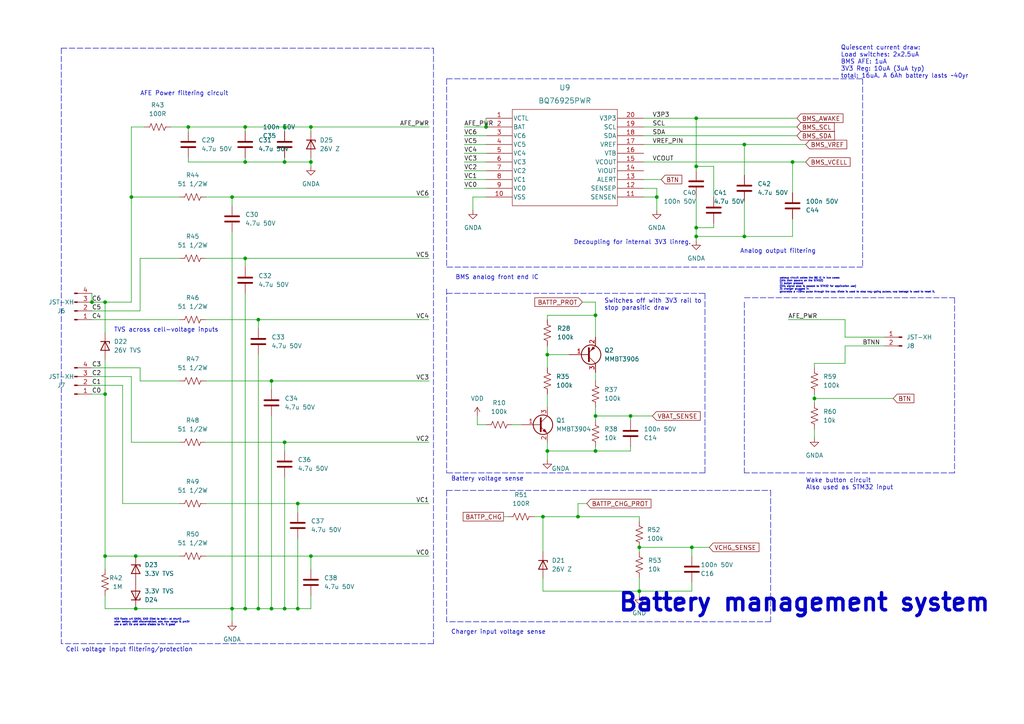
<source format=kicad_sch>
(kicad_sch (version 20211123) (generator eeschema)
  (paper "A4")
  (lib_symbols
    (symbol "BQ76925:BQ76925PWR" (pin_names (offset 0.254))
      (property "Reference" "U" (at 22.86 10.16 0))
      (property "Value" "BQ76925PWR" (at 22.86 7.62 0))
      (symbol "BQ76925PWR_0_1"
        (polyline (pts (xy 7.62 -22.86) (xy 38.1 -22.86)) (stroke (width 0.127)))
        (polyline (pts (xy 7.62 5.08) (xy 7.62 -22.86)) (stroke (width 0.127)))
        (polyline (pts (xy 38.1 -22.86) (xy 38.1 5.08)) (stroke (width 0.127)))
        (polyline (pts (xy 38.1 5.08) (xy 7.62 5.08)) (stroke (width 0.127)))
        (pin output line (at 0 2.54 0) (length 7.62) (name "VCTL") (number "1"))
        (pin power_in line (at 0 -20.32 0) (length 7.62) (name "VSS") (number "10"))
        (pin input line (at 45.72 -20.32 180) (length 7.62) (name "SENSEN") (number "11"))
        (pin input line (at 45.72 -17.78 180) (length 7.62) (name "SENSEP") (number "12"))
        (pin output line (at 45.72 -15.24 180) (length 7.62) (name "ALERT") (number "13"))
        (pin output line (at 45.72 -12.7 180) (length 7.62) (name "VIOUT") (number "14"))
        (pin output line (at 45.72 -10.16 180) (length 7.62) (name "VCOUT") (number "15"))
        (pin output line (at 45.72 -7.62 180) (length 7.62) (name "VTB") (number "16"))
        (pin output line (at 45.72 -5.08 180) (length 7.62) (name "VREF") (number "17"))
        (pin bidirectional line (at 45.72 -2.54 180) (length 7.62) (name "SDA") (number "18"))
        (pin input line (at 45.72 0 180) (length 7.62) (name "SCL") (number "19"))
        (pin power_in line (at 0 0 0) (length 7.62) (name "BAT") (number "2"))
        (pin output line (at 45.72 2.54 180) (length 7.62) (name "V3P3") (number "20"))
        (pin input line (at 0 -2.54 0) (length 7.62) (name "VC6") (number "3"))
        (pin input line (at 0 -5.08 0) (length 7.62) (name "VC5") (number "4"))
        (pin input line (at 0 -7.62 0) (length 7.62) (name "VC4") (number "5"))
        (pin input line (at 0 -10.16 0) (length 7.62) (name "VC3") (number "6"))
        (pin input line (at 0 -12.7 0) (length 7.62) (name "VC2") (number "7"))
        (pin input line (at 0 -15.24 0) (length 7.62) (name "VC1") (number "8"))
        (pin input line (at 0 -17.78 0) (length 7.62) (name "VC0") (number "9"))
      )
    )
    (symbol "Connector:Conn_01x02_Male" (pin_names (offset 1.016) hide)
      (property "Reference" "J" (at 0 2.54 0))
      (property "Value" "Conn_01x02_Male" (at 0 -5.08 0))
      (symbol "Conn_01x02_Male_1_1"
        (polyline (pts (xy 1.27 -2.54) (xy 0.8636 -2.54)) (stroke (width 0.1524)))
        (polyline (pts (xy 1.27 0) (xy 0.8636 0)) (stroke (width 0.1524)))
        (rectangle (start 0.8636 -2.413) (end 0 -2.667) (stroke (width 0.1524)) (fill (type outline)))
        (rectangle (start 0.8636 0.127) (end 0 -0.127) (stroke (width 0.1524)) (fill (type outline)))
        (pin passive line (at 5.08 0 180) (length 3.81) (name "Pin_1") (number "1"))
        (pin passive line (at 5.08 -2.54 180) (length 3.81) (name "Pin_2") (number "2"))
      )
    )
    (symbol "Connector:Conn_01x04_Male" (pin_names (offset 1.016) hide)
      (property "Reference" "J" (at 0 5.08 0))
      (property "Value" "Conn_01x04_Male" (at 0 -7.62 0))
      (symbol "Conn_01x04_Male_1_1"
        (polyline (pts (xy 1.27 -5.08) (xy 0.8636 -5.08)) (stroke (width 0.1524)))
        (polyline (pts (xy 1.27 -2.54) (xy 0.8636 -2.54)) (stroke (width 0.1524)))
        (polyline (pts (xy 1.27 0) (xy 0.8636 0)) (stroke (width 0.1524)))
        (polyline (pts (xy 1.27 2.54) (xy 0.8636 2.54)) (stroke (width 0.1524)))
        (rectangle (start 0.8636 -4.953) (end 0 -5.207) (stroke (width 0.1524)) (fill (type outline)))
        (rectangle (start 0.8636 -2.413) (end 0 -2.667) (stroke (width 0.1524)) (fill (type outline)))
        (rectangle (start 0.8636 0.127) (end 0 -0.127) (stroke (width 0.1524)) (fill (type outline)))
        (rectangle (start 0.8636 2.667) (end 0 2.413) (stroke (width 0.1524)) (fill (type outline)))
        (pin passive line (at 5.08 2.54 180) (length 3.81) (name "Pin_1") (number "1"))
        (pin passive line (at 5.08 0 180) (length 3.81) (name "Pin_2") (number "2"))
        (pin passive line (at 5.08 -2.54 180) (length 3.81) (name "Pin_3") (number "3"))
        (pin passive line (at 5.08 -5.08 180) (length 3.81) (name "Pin_4") (number "4"))
      )
    )
    (symbol "Device:C" (pin_numbers hide) (pin_names (offset 0.254))
      (property "Reference" "C" (at 0.635 2.54 0))
      (property "Value" "C" (at 0.635 -2.54 0))
      (symbol "C_0_1"
        (polyline (pts (xy -2.032 -0.762) (xy 2.032 -0.762)) (stroke (width 0.508)))
        (polyline (pts (xy -2.032 0.762) (xy 2.032 0.762)) (stroke (width 0.508)))
      )
      (symbol "C_1_1"
        (pin passive line (at 0 3.81 270) (length 2.794) (name "~") (number "1"))
        (pin passive line (at 0 -3.81 90) (length 2.794) (name "~") (number "2"))
      )
    )
    (symbol "Device:D_Zener" (pin_numbers hide) (pin_names (offset 1.016) hide)
      (property "Reference" "D" (at 0 2.54 0))
      (property "Value" "D_Zener" (at 0 -2.54 0))
      (symbol "D_Zener_0_1"
        (polyline (pts (xy 1.27 0) (xy -1.27 0)))
        (polyline (pts (xy -1.27 -1.27) (xy -1.27 1.27) (xy -0.762 1.27)) (stroke (width 0.254)))
        (polyline (pts (xy 1.27 -1.27) (xy 1.27 1.27) (xy -1.27 0) (xy 1.27 -1.27)) (stroke (width 0.254)))
      )
      (symbol "D_Zener_1_1"
        (pin passive line (at -3.81 0 0) (length 2.54) (name "K") (number "1"))
        (pin passive line (at 3.81 0 180) (length 2.54) (name "A") (number "2"))
      )
    )
    (symbol "Device:R_US" (pin_numbers hide) (pin_names (offset 0))
      (property "Reference" "R" (at 2.54 0 90))
      (property "Value" "R_US" (at -2.54 0 90))
      (symbol "R_US_0_1"
        (polyline (pts (xy 0 -2.286) (xy 0 -2.54)))
        (polyline (pts (xy 0 2.286) (xy 0 2.54)))
        (polyline (pts (xy 0 -0.762) (xy 1.016 -1.143) (xy 0 -1.524) (xy -1.016 -1.905) (xy 0 -2.286)))
        (polyline (pts (xy 0 0.762) (xy 1.016 0.381) (xy 0 0) (xy -1.016 -0.381) (xy 0 -0.762)))
        (polyline (pts (xy 0 2.286) (xy 1.016 1.905) (xy 0 1.524) (xy -1.016 1.143) (xy 0 0.762)))
      )
      (symbol "R_US_1_1"
        (pin passive line (at 0 3.81 270) (length 1.27) (name "~") (number "1"))
        (pin passive line (at 0 -3.81 90) (length 1.27) (name "~") (number "2"))
      )
    )
    (symbol "Diode:ESD5Zxx" (pin_numbers hide) (pin_names hide)
      (property "Reference" "D" (at 0 2.54 0))
      (property "Value" "ESD5Zxx" (at 0 -2.54 0))
      (symbol "ESD5Zxx_0_1"
        (polyline (pts (xy 1.27 0) (xy -1.27 0)))
        (polyline (pts (xy -1.27 -1.27) (xy -1.27 1.27) (xy -0.762 1.27)) (stroke (width 0.254)))
        (polyline (pts (xy 1.27 -1.27) (xy 1.27 1.27) (xy -1.27 0) (xy 1.27 -1.27)) (stroke (width 0.254)))
      )
      (symbol "ESD5Zxx_1_1"
        (pin passive line (at -3.81 0 0) (length 2.54) (name "K") (number "1"))
        (pin passive line (at 3.81 0 180) (length 2.54) (name "A") (number "2"))
      )
    )
    (symbol "Transistor_BJT:MMBT3904" (pin_names (offset 0) hide)
      (property "Reference" "Q" (at 5.08 1.905 0))
      (property "Value" "MMBT3904" (at 5.08 0 0))
      (symbol "MMBT3904_0_1"
        (polyline (pts (xy 0.635 0.635) (xy 2.54 2.54)))
        (polyline (pts (xy 0.635 -0.635) (xy 2.54 -2.54) (xy 2.54 -2.54)))
        (polyline (pts (xy 0.635 1.905) (xy 0.635 -1.905) (xy 0.635 -1.905)) (stroke (width 0.508)))
        (polyline (pts (xy 1.27 -1.778) (xy 1.778 -1.27) (xy 2.286 -2.286) (xy 1.27 -1.778) (xy 1.27 -1.778)) (fill (type outline)))
        (circle (center 1.27 0) (radius 2.8194) (stroke (width 0.254)))
      )
      (symbol "MMBT3904_1_1"
        (pin input line (at -5.08 0 0) (length 5.715) (name "B") (number "1"))
        (pin passive line (at 2.54 -5.08 90) (length 2.54) (name "E") (number "2"))
        (pin passive line (at 2.54 5.08 270) (length 2.54) (name "C") (number "3"))
      )
    )
    (symbol "Transistor_BJT:MMBT3906" (pin_names (offset 0) hide)
      (property "Reference" "Q" (at 5.08 1.905 0))
      (property "Value" "MMBT3906" (at 5.08 0 0))
      (symbol "MMBT3906_0_1"
        (polyline (pts (xy 0.635 0.635) (xy 2.54 2.54)))
        (polyline (pts (xy 0.635 -0.635) (xy 2.54 -2.54) (xy 2.54 -2.54)))
        (polyline (pts (xy 0.635 1.905) (xy 0.635 -1.905) (xy 0.635 -1.905)) (stroke (width 0.508)))
        (polyline (pts (xy 2.286 -1.778) (xy 1.778 -2.286) (xy 1.27 -1.27) (xy 2.286 -1.778) (xy 2.286 -1.778)) (fill (type outline)))
        (circle (center 1.27 0) (radius 2.8194) (stroke (width 0.254)))
      )
      (symbol "MMBT3906_1_1"
        (pin input line (at -5.08 0 0) (length 5.715) (name "B") (number "1"))
        (pin passive line (at 2.54 -5.08 90) (length 2.54) (name "E") (number "2"))
        (pin passive line (at 2.54 5.08 270) (length 2.54) (name "C") (number "3"))
      )
    )
    (symbol "power:GND" (power) (pin_names (offset 0))
      (property "Value" "GND" (at 0 -3.81 0))
      (symbol "GND_0_1"
        (polyline (pts (xy 0 0) (xy 0 -1.27) (xy 1.27 -1.27) (xy 0 -2.54) (xy -1.27 -1.27) (xy 0 -1.27)))
      )
      (symbol "GND_1_1"
        (pin power_in line (at 0 0 270) (length 0) hide (name "GND") (number "1"))
      )
    )
    (symbol "power:GNDA" (power) (pin_names (offset 0))
      (property "Value" "GNDA" (at 0 -3.81 0))
      (symbol "GNDA_0_1"
        (polyline (pts (xy 0 0) (xy 0 -1.27) (xy 1.27 -1.27) (xy 0 -2.54) (xy -1.27 -1.27) (xy 0 -1.27)))
      )
      (symbol "GNDA_1_1"
        (pin power_in line (at 0 0 270) (length 0) hide (name "GNDA") (number "1"))
      )
    )
    (symbol "power:VDD" (power) (pin_names (offset 0))
      (property "Value" "VDD" (at 0 3.81 0))
      (symbol "VDD_0_1"
        (polyline (pts (xy -0.762 1.27) (xy 0 2.54)))
        (polyline (pts (xy 0 0) (xy 0 2.54)))
        (polyline (pts (xy 0 2.54) (xy 0.762 1.27)))
      )
      (symbol "VDD_1_1"
        (pin power_in line (at 0 0 90) (length 0) hide (name "VDD") (number "1"))
      )
    )
  )
  (junction (at 78.74 110.49))
  (junction (at 86.36 146.05))
  (junction (at 26.67 87.63))
  (junction (at 67.31 57.15))
  (junction (at 30.48 114.3))
  (junction (at 229.87 46.99))
  (junction (at 71.12 46.99))
  (junction (at 90.17 161.29))
  (junction (at 215.9 68.58))
  (junction (at 78.74 176.53))
  (junction (at 82.55 176.53))
  (junction (at 140.97 36.83))
  (junction (at 54.61 36.83))
  (junction (at 82.55 46.99))
  (junction (at 172.72 130.81))
  (junction (at 167.64 149.86))
  (junction (at 158.75 102.87))
  (junction (at 185.42 158.75))
  (junction (at 90.17 36.83))
  (junction (at 82.55 128.27))
  (junction (at 71.12 176.53))
  (junction (at 185.42 171.45))
  (junction (at 200.66 158.75))
  (junction (at 157.48 149.86))
  (junction (at 86.36 176.53))
  (junction (at 236.22 115.57))
  (junction (at 201.93 68.58))
  (junction (at 30.48 87.63))
  (junction (at 172.72 91.44))
  (junction (at 215.9 41.91))
  (junction (at 74.93 176.53))
  (junction (at 71.12 36.83))
  (junction (at 82.55 36.83))
  (junction (at 190.5 57.15))
  (junction (at 30.48 161.29))
  (junction (at 39.37 161.29))
  (junction (at 182.88 120.65))
  (junction (at 38.1 57.15))
  (junction (at 201.93 66.04))
  (junction (at 158.75 130.81))
  (junction (at 201.93 48.26))
  (junction (at 71.12 74.93))
  (junction (at 74.93 92.71))
  (junction (at 39.37 176.53))
  (junction (at 201.93 34.29))
  (junction (at 67.31 176.53))
  (junction (at 172.72 120.65))
  (junction (at 90.17 46.99))
  (wire (pts (xy 185.42 171.45) (xy 185.42 172.72)))
  (wire (pts (xy 182.88 130.81) (xy 172.72 130.81)))
  (wire (pts (xy 134.62 36.83) (xy 140.97 36.83)))
  (wire (pts (xy 71.12 36.83) (xy 71.12 38.1)))
  (wire (pts (xy 30.48 87.63) (xy 30.48 96.52)))
  (wire (pts (xy 86.36 146.05) (xy 124.46 146.05)))
  (wire (pts (xy 54.61 36.83) (xy 71.12 36.83)))
  (wire (pts (xy 82.55 45.72) (xy 82.55 46.99)))
  (wire (pts (xy 185.42 167.64) (xy 185.42 171.45)))
  (wire (pts (xy 185.42 158.75) (xy 185.42 160.02)))
  (wire (pts (xy 154.94 149.86) (xy 157.48 149.86)))
  (wire (pts (xy 157.48 167.64) (xy 157.48 171.45)))
  (wire (pts (xy 138.43 123.19) (xy 140.97 123.19)))
  (wire (pts (xy 59.69 128.27) (xy 82.55 128.27)))
  (wire (pts (xy 185.42 149.86) (xy 185.42 151.13)))
  (wire (pts (xy 35.56 111.76) (xy 35.56 146.05)))
  (wire (pts (xy 30.48 104.14) (xy 30.48 114.3)))
  (wire (pts (xy 158.75 92.71) (xy 158.75 91.44)))
  (wire (pts (xy 245.11 97.79) (xy 245.11 92.71)))
  (wire (pts (xy 236.22 115.57) (xy 236.22 116.84)))
  (wire (pts (xy 228.6 92.71) (xy 245.11 92.71)))
  (wire (pts (xy 74.93 176.53) (xy 78.74 176.53)))
  (wire (pts (xy 245.11 100.33) (xy 256.54 100.33)))
  (wire (pts (xy 90.17 46.99) (xy 90.17 45.72)))
  (wire (pts (xy 236.22 124.46) (xy 236.22 127)))
  (wire (pts (xy 82.55 128.27) (xy 82.55 130.81)))
  (wire (pts (xy 40.64 74.93) (xy 52.07 74.93)))
  (wire (pts (xy 30.48 176.53) (xy 39.37 176.53)))
  (wire (pts (xy 78.74 110.49) (xy 124.46 110.49)))
  (wire (pts (xy 200.66 158.75) (xy 200.66 161.29)))
  (wire (pts (xy 172.72 118.11) (xy 172.72 120.65)))
  (wire (pts (xy 215.9 41.91) (xy 233.68 41.91)))
  (wire (pts (xy 245.11 97.79) (xy 256.54 97.79)))
  (wire (pts (xy 71.12 85.09) (xy 71.12 176.53)))
  (wire (pts (xy 134.62 49.53) (xy 140.97 49.53)))
  (wire (pts (xy 82.55 138.43) (xy 82.55 176.53)))
  (wire (pts (xy 200.66 168.91) (xy 200.66 171.45)))
  (wire (pts (xy 172.72 87.63) (xy 172.72 91.44)))
  (wire (pts (xy 40.64 90.17) (xy 40.64 74.93)))
  (wire (pts (xy 190.5 57.15) (xy 190.5 60.96)))
  (wire (pts (xy 170.18 146.05) (xy 167.64 146.05)))
  (wire (pts (xy 26.67 85.09) (xy 26.67 87.63)))
  (wire (pts (xy 90.17 172.72) (xy 90.17 176.53)))
  (wire (pts (xy 82.55 176.53) (xy 86.36 176.53)))
  (wire (pts (xy 41.91 36.83) (xy 38.1 36.83)))
  (wire (pts (xy 172.72 107.95) (xy 172.72 110.49)))
  (wire (pts (xy 134.62 46.99) (xy 140.97 46.99)))
  (wire (pts (xy 138.43 120.65) (xy 138.43 123.19)))
  (wire (pts (xy 158.75 102.87) (xy 165.1 102.87)))
  (wire (pts (xy 205.74 158.75) (xy 200.66 158.75)))
  (wire (pts (xy 134.62 39.37) (xy 140.97 39.37)))
  (polyline (pts (xy 276.86 137.16) (xy 215.9 137.16)))
  (wire (pts (xy 207.01 57.15) (xy 207.01 48.26)))
  (wire (pts (xy 215.9 58.42) (xy 215.9 68.58)))
  (wire (pts (xy 186.69 57.15) (xy 190.5 57.15)))
  (wire (pts (xy 172.72 120.65) (xy 172.72 121.92)))
  (polyline (pts (xy 204.47 137.16) (xy 129.54 137.16)))
  (wire (pts (xy 200.66 158.75) (xy 185.42 158.75)))
  (polyline (pts (xy 125.73 13.97) (xy 125.73 186.69)))
  (polyline (pts (xy 129.54 142.24) (xy 129.54 180.34)))
  (wire (pts (xy 215.9 41.91) (xy 215.9 50.8)))
  (polyline (pts (xy 250.19 22.86) (xy 250.19 77.47)))
  (wire (pts (xy 67.31 67.31) (xy 67.31 176.53)))
  (wire (pts (xy 38.1 87.63) (xy 38.1 57.15)))
  (wire (pts (xy 148.59 123.19) (xy 151.13 123.19)))
  (wire (pts (xy 71.12 45.72) (xy 71.12 46.99)))
  (polyline (pts (xy 129.54 22.86) (xy 129.54 77.47)))
  (wire (pts (xy 157.48 171.45) (xy 185.42 171.45)))
  (polyline (pts (xy 17.78 13.97) (xy 17.78 186.69)))
  (polyline (pts (xy 223.52 180.34) (xy 129.54 180.34)))
  (wire (pts (xy 39.37 161.29) (xy 52.07 161.29)))
  (wire (pts (xy 236.22 115.57) (xy 259.08 115.57)))
  (wire (pts (xy 236.22 105.41) (xy 236.22 106.68)))
  (wire (pts (xy 82.55 128.27) (xy 124.46 128.27)))
  (wire (pts (xy 26.67 87.63) (xy 30.48 87.63)))
  (wire (pts (xy 229.87 63.5) (xy 229.87 68.58)))
  (wire (pts (xy 26.67 114.3) (xy 30.48 114.3)))
  (wire (pts (xy 158.75 91.44) (xy 172.72 91.44)))
  (wire (pts (xy 26.67 92.71) (xy 52.07 92.71)))
  (wire (pts (xy 207.01 64.77) (xy 207.01 66.04)))
  (wire (pts (xy 35.56 146.05) (xy 52.07 146.05)))
  (wire (pts (xy 67.31 57.15) (xy 67.31 59.69)))
  (wire (pts (xy 38.1 128.27) (xy 38.1 109.22)))
  (wire (pts (xy 90.17 36.83) (xy 124.46 36.83)))
  (wire (pts (xy 59.69 74.93) (xy 71.12 74.93)))
  (wire (pts (xy 201.93 66.04) (xy 201.93 68.58)))
  (wire (pts (xy 137.16 57.15) (xy 137.16 60.96)))
  (wire (pts (xy 71.12 36.83) (xy 82.55 36.83)))
  (wire (pts (xy 39.37 176.53) (xy 67.31 176.53)))
  (wire (pts (xy 190.5 54.61) (xy 190.5 57.15)))
  (wire (pts (xy 38.1 57.15) (xy 52.07 57.15)))
  (wire (pts (xy 172.72 129.54) (xy 172.72 130.81)))
  (wire (pts (xy 59.69 146.05) (xy 86.36 146.05)))
  (wire (pts (xy 157.48 149.86) (xy 167.64 149.86)))
  (wire (pts (xy 167.64 149.86) (xy 185.42 149.86)))
  (wire (pts (xy 52.07 128.27) (xy 38.1 128.27)))
  (polyline (pts (xy 129.54 22.86) (xy 250.19 22.86)))
  (polyline (pts (xy 129.54 85.09) (xy 204.47 85.09)))
  (polyline (pts (xy 215.9 87.63) (xy 215.9 137.16)))
  (wire (pts (xy 236.22 114.3) (xy 236.22 115.57)))
  (wire (pts (xy 71.12 46.99) (xy 82.55 46.99)))
  (wire (pts (xy 172.72 91.44) (xy 172.72 97.79)))
  (wire (pts (xy 201.93 66.04) (xy 207.01 66.04)))
  (wire (pts (xy 207.01 48.26) (xy 201.93 48.26)))
  (wire (pts (xy 229.87 46.99) (xy 229.87 55.88)))
  (wire (pts (xy 201.93 57.15) (xy 201.93 66.04)))
  (wire (pts (xy 158.75 130.81) (xy 158.75 133.35)))
  (wire (pts (xy 78.74 120.65) (xy 78.74 176.53)))
  (wire (pts (xy 157.48 149.86) (xy 157.48 160.02)))
  (wire (pts (xy 82.55 36.83) (xy 90.17 36.83)))
  (wire (pts (xy 245.11 100.33) (xy 245.11 105.41)))
  (wire (pts (xy 78.74 176.53) (xy 82.55 176.53)))
  (wire (pts (xy 140.97 34.29) (xy 140.97 36.83)))
  (wire (pts (xy 229.87 46.99) (xy 233.68 46.99)))
  (wire (pts (xy 158.75 102.87) (xy 158.75 106.68)))
  (polyline (pts (xy 129.54 142.24) (xy 223.52 142.24)))
  (wire (pts (xy 54.61 45.72) (xy 54.61 46.99)))
  (wire (pts (xy 215.9 68.58) (xy 201.93 68.58)))
  (wire (pts (xy 168.91 87.63) (xy 172.72 87.63)))
  (wire (pts (xy 158.75 100.33) (xy 158.75 102.87)))
  (wire (pts (xy 82.55 36.83) (xy 82.55 38.1)))
  (wire (pts (xy 201.93 34.29) (xy 231.14 34.29)))
  (wire (pts (xy 182.88 129.54) (xy 182.88 130.81)))
  (polyline (pts (xy 215.9 86.36) (xy 276.86 86.36)))
  (wire (pts (xy 158.75 128.27) (xy 158.75 130.81)))
  (wire (pts (xy 186.69 39.37) (xy 231.14 39.37)))
  (wire (pts (xy 182.88 120.65) (xy 189.23 120.65)))
  (wire (pts (xy 201.93 48.26) (xy 201.93 49.53)))
  (wire (pts (xy 167.64 146.05) (xy 167.64 149.86)))
  (wire (pts (xy 40.64 106.68) (xy 26.67 106.68)))
  (wire (pts (xy 201.93 34.29) (xy 201.93 48.26)))
  (wire (pts (xy 54.61 36.83) (xy 54.61 38.1)))
  (polyline (pts (xy 129.54 83.82) (xy 129.54 137.16)))
  (polyline (pts (xy 125.73 186.69) (xy 17.78 186.69)))
  (wire (pts (xy 140.97 57.15) (xy 137.16 57.15)))
  (wire (pts (xy 186.69 34.29) (xy 201.93 34.29)))
  (wire (pts (xy 74.93 92.71) (xy 74.93 95.25)))
  (wire (pts (xy 26.67 90.17) (xy 40.64 90.17)))
  (wire (pts (xy 30.48 114.3) (xy 30.48 161.29)))
  (wire (pts (xy 59.69 57.15) (xy 67.31 57.15)))
  (wire (pts (xy 71.12 176.53) (xy 74.93 176.53)))
  (wire (pts (xy 78.74 110.49) (xy 78.74 113.03)))
  (polyline (pts (xy 276.86 86.36) (xy 276.86 137.16)))
  (wire (pts (xy 134.62 41.91) (xy 140.97 41.91)))
  (wire (pts (xy 40.64 110.49) (xy 40.64 106.68)))
  (wire (pts (xy 186.69 52.07) (xy 191.77 52.07)))
  (wire (pts (xy 201.93 68.58) (xy 201.93 69.85)))
  (wire (pts (xy 90.17 161.29) (xy 124.46 161.29)))
  (wire (pts (xy 26.67 111.76) (xy 35.56 111.76)))
  (wire (pts (xy 71.12 74.93) (xy 124.46 74.93)))
  (wire (pts (xy 186.69 46.99) (xy 229.87 46.99)))
  (wire (pts (xy 59.69 161.29) (xy 90.17 161.29)))
  (wire (pts (xy 71.12 74.93) (xy 71.12 77.47)))
  (wire (pts (xy 146.05 149.86) (xy 147.32 149.86)))
  (polyline (pts (xy 204.47 85.09) (xy 204.47 137.16)))
  (wire (pts (xy 134.62 52.07) (xy 140.97 52.07)))
  (wire (pts (xy 186.69 41.91) (xy 215.9 41.91)))
  (wire (pts (xy 86.36 156.21) (xy 86.36 176.53)))
  (polyline (pts (xy 17.78 13.97) (xy 125.73 13.97)))
  (wire (pts (xy 186.69 54.61) (xy 190.5 54.61)))
  (polyline (pts (xy 250.19 77.47) (xy 129.54 77.47)))
  (wire (pts (xy 67.31 57.15) (xy 124.46 57.15)))
  (wire (pts (xy 90.17 161.29) (xy 90.17 165.1)))
  (wire (pts (xy 74.93 92.71) (xy 124.46 92.71)))
  (wire (pts (xy 86.36 176.53) (xy 90.17 176.53)))
  (wire (pts (xy 90.17 46.99) (xy 90.17 48.26)))
  (wire (pts (xy 74.93 102.87) (xy 74.93 176.53)))
  (wire (pts (xy 134.62 54.61) (xy 140.97 54.61)))
  (wire (pts (xy 38.1 36.83) (xy 38.1 57.15)))
  (wire (pts (xy 236.22 105.41) (xy 245.11 105.41)))
  (wire (pts (xy 158.75 114.3) (xy 158.75 118.11)))
  (wire (pts (xy 30.48 87.63) (xy 38.1 87.63)))
  (wire (pts (xy 54.61 46.99) (xy 71.12 46.99)))
  (wire (pts (xy 134.62 44.45) (xy 140.97 44.45)))
  (wire (pts (xy 229.87 68.58) (xy 215.9 68.58)))
  (polyline (pts (xy 223.52 142.24) (xy 223.52 180.34)))
  (wire (pts (xy 172.72 130.81) (xy 158.75 130.81)))
  (wire (pts (xy 49.53 36.83) (xy 54.61 36.83)))
  (wire (pts (xy 67.31 176.53) (xy 67.31 180.34)))
  (wire (pts (xy 30.48 172.72) (xy 30.48 176.53)))
  (wire (pts (xy 38.1 109.22) (xy 26.67 109.22)))
  (wire (pts (xy 59.69 92.71) (xy 74.93 92.71)))
  (wire (pts (xy 30.48 161.29) (xy 30.48 165.1)))
  (wire (pts (xy 186.69 36.83) (xy 231.14 36.83)))
  (wire (pts (xy 86.36 146.05) (xy 86.36 148.59)))
  (wire (pts (xy 182.88 121.92) (xy 182.88 120.65)))
  (wire (pts (xy 82.55 46.99) (xy 90.17 46.99)))
  (wire (pts (xy 59.69 110.49) (xy 78.74 110.49)))
  (wire (pts (xy 67.31 176.53) (xy 71.12 176.53)))
  (wire (pts (xy 90.17 36.83) (xy 90.17 38.1)))
  (wire (pts (xy 172.72 120.65) (xy 182.88 120.65)))
  (wire (pts (xy 40.64 110.49) (xy 52.07 110.49)))
  (wire (pts (xy 30.48 161.29) (xy 39.37 161.29)))
  (wire (pts (xy 200.66 171.45) (xy 185.42 171.45)))
  (text "Battery voltage sense" (at 130.81 139.7 0) (effects (font (size 1.27 1.27)) (justify left bottom)))
  (text "Decoupling for internal 3V3 linreg." (at 166.37 71.12 0) (effects (font (size 1.27 1.27)) (justify left bottom)))
  (text "Wake button circuit\nAlso used as STM32 input" (at 233.68 142.24 0) (effects (font (size 1.27 1.27)) (justify left bottom)))
  (text "Cell voltage input filtering/protection" (at 19.05 189.23 0) (effects (font (size 1.27 1.27)) (justify left bottom)))
  (text "Switches off with 3V3 rail to\nstop parasitic draw" (at 175.26 90.17 0) (effects (font (size 1.27 1.27)) (justify left bottom)))
  (text "AFE Power filtering circuit" (at 40.64 27.94 0) (effects (font (size 1.27 1.27)) (justify left bottom)))
  (text "VC0 floats wrt GNDA, GND (tied to batt- at shunt)\nwhen battery xt60 disconnected. abs max range is pm3V\nuse a soft tie and some diodes to fix it good" (at 33.02 181.61 0) (effects (font (size 0.5 0.5)) (justify left bottom)))
  (text "Quiescent current draw:\nLoad switches: 2x2.5uA\nBMS AFE: 1uA\n3V3 Reg: 10uA (3uA typ)\ntotal: 16uA. A 6Ah battery lasts ~40yr\n" (at 243.84 22.86 0) (effects (font (size 1.27 1.27)) (justify left bottom)))
  (text "TVS across cell-voltage inputs" (at 33.02 96.52 0) (effects (font (size 1.27 1.27)) (justify left bottom)))
  (text "Battery management system" (at 179.07 177.8 0) (effects (font (size 5 5) (thickness 1) bold) (justify left bottom)))
  (text "Analog output filtering" (at 214.63 73.66 0) (effects (font (size 1.27 1.27)) (justify left bottom)))
  (text "BMS analog front end IC" (at 132.08 81.28 0) (effects (font (size 1.27 1.27)) (justify left bottom)))
  (text "Charger input voltage sense" (at 130.81 184.15 0) (effects (font (size 1.27 1.27)) (justify left bottom)))
  (text "wakeup circuit wakes the BQ IC in two cases\n(this then powers on the STM32)\n1) button pressed \n(this signal also is passed to STM32 for application use)\n2) charger plugged in\ngenerates a ~10ms pulse through the cap. diode is used to stop neg-going pulses. cap leakage is used to reset it.\n" (at 226.06 85.09 0) (effects (font (size 0.5 0.5)) (justify left bottom)))
  (label "VC4" (at 124.46 92.71 180))
  (label "C6" (at 26.67 87.63 0))
  (label "AFE_PWR" (at 124.46 36.83 180))
  (label "VC5" (at 124.46 74.93 180))
  (label "VC5" (at 134.62 41.91 0))
  (label "C4" (at 26.67 92.71 0))
  (label "SDA" (at 189.23 39.37 0))
  (label "VC3" (at 124.46 110.49 180))
  (label "C3" (at 26.67 106.68 0))
  (label "C1" (at 26.67 111.76 0))
  (label "VCOUT" (at 189.23 46.99 0))
  (label "VC2" (at 134.62 49.53 0))
  (label "C5" (at 26.67 90.17 0))
  (label "VC3" (at 134.62 46.99 0))
  (label "VC2" (at 124.46 128.27 180))
  (label "C2" (at 26.67 109.22 0))
  (label "VC0" (at 134.62 54.61 0))
  (label "SCL" (at 189.23 36.83 0))
  (label "VREF_PIN" (at 189.23 41.91 0))
  (label "VC6" (at 134.62 39.37 0))
  (label "VC1" (at 124.46 146.05 180))
  (label "VC1" (at 134.62 52.07 0))
  (label "BTNN" (at 255.27 100.33 180))
  (label "V3P3" (at 189.23 34.29 0))
  (label "VC6" (at 124.46 57.15 180))
  (label "AFE_PWR" (at 134.62 36.83 0))
  (label "VC4" (at 134.62 44.45 0))
  (label "AFE_PWR" (at 228.6 92.71 0))
  (label "VC0" (at 124.46 161.29 180))
  (label "C0" (at 26.67 114.3 0))
  (global_label "BMS_VREF" (shape input) (at 233.68 41.91 0) (property "Intersheet References" "${INTERSHEET_REFS}" (effects hide)))
  (global_label "VCHG_SENSE" (shape input) (at 205.74 158.75 0) (property "Intersheet References" "${INTERSHEET_REFS}" (effects hide)))
  (global_label "BATTP_PROT" (shape input) (at 168.91 87.63 180) (property "Intersheet References" "${INTERSHEET_REFS}" (effects hide)))
  (global_label "BMS_AWAKE" (shape input) (at 231.14 34.29 0) (property "Intersheet References" "${INTERSHEET_REFS}" (effects hide)))
  (global_label "BMS_SCL" (shape input) (at 231.14 36.83 0) (property "Intersheet References" "${INTERSHEET_REFS}" (effects hide)))
  (global_label "BATTP_CHG_PROT" (shape input) (at 170.18 146.05 0) (property "Intersheet References" "${INTERSHEET_REFS}" (effects hide)))
  (global_label "BATTP_CHG" (shape passive) (at 146.05 149.86 180) (property "Intersheet References" "${INTERSHEET_REFS}" (effects hide)))
  (global_label "BTN" (shape input) (at 259.08 115.57 0) (property "Intersheet References" "${INTERSHEET_REFS}" (effects hide)))
  (global_label "BTN" (shape input) (at 191.77 52.07 0) (property "Intersheet References" "${INTERSHEET_REFS}" (effects hide)))
  (global_label "VBAT_SENSE" (shape input) (at 189.23 120.65 0) (property "Intersheet References" "${INTERSHEET_REFS}" (effects hide)))
  (global_label "BMS_SDA" (shape input) (at 231.14 39.37 0) (property "Intersheet References" "${INTERSHEET_REFS}" (effects hide)))
  (global_label "BMS_VCELL" (shape input) (at 233.68 46.99 0) (property "Intersheet References" "${INTERSHEET_REFS}" (effects hide)))
  (symbol (lib_id "Connector:Conn_01x02_Male") (at 261.62 97.79 0) (mirror y) (unit 1)
    (property "Reference" "J8" (at 262.89 100.33 0) (effects (justify right)))
    (property "Value" "JST-XH" (at 262.89 97.79 0) (effects (justify right)))
    (property "Footprint" "Connector_JST:JST_XH_B2B-XH-A_1x02_P2.50mm_Vertical" (effects hide))
  )
  (symbol (lib_id "power:GNDA") (at 190.5 60.96 0) (unit 1)
    (property "Reference" "#PWR068" (effects hide))
    (property "Value" "GNDA" (at 190.5 66.04 0))
  )
  (symbol (lib_id "Diode:ESD5Zxx") (at 39.37 172.72 270) (mirror x) (unit 1)
    (property "Reference" "D24" (at 41.91 173.99 90) (effects (justify left)))
    (property "Value" "3.3V TVS" (at 41.91 171.45 90) (effects (justify left)))
    (property "Footprint" "Diode_SMD:D_SOD-323_HandSoldering" (effects hide))
    (property "Datasheet" "https://www.onsemi.com/pdf/datasheet/esd5z2.5t1-d.pdf" (effects hide))
    (property "part_number" "ESD5Z3.3T5G" (effects hide))
  )
  (symbol (lib_id "Device:R_US") (at 144.78 123.19 90) (unit 1)
    (property "Reference" "R10" (at 144.78 116.84 90))
    (property "Value" "100k" (at 144.78 119.38 90))
    (property "Footprint" "Resistor_SMD:R_0805_2012Metric_Pad1.20x1.40mm_HandSolder" (effects hide))
    (property "part_number" "RC0805FR-07100KL" (effects hide))
  )
  (symbol (lib_id "Device:R_US") (at 55.88 128.27 270) (unit 1)
    (property "Reference" "R48" (at 55.88 121.92 90))
    (property "Value" "51 1/2W" (at 55.88 124.46 90))
    (property "Footprint" "Resistor_SMD:R_1206_3216Metric_Pad1.30x1.75mm_HandSolder" (effects hide))
    (property "part_number" "CRM1206-FX-51R0ELF" (effects hide))
  )
  (symbol (lib_id "power:GNDA") (at 67.31 180.34 0) (unit 1)
    (property "Reference" "#PWR063" (effects hide))
    (property "Value" "GNDA" (at 67.31 185.42 0))
  )
  (symbol (lib_id "Device:C") (at 71.12 41.91 0) (unit 1)
    (property "Reference" "C31" (at 74.93 40.6399 0) (effects (justify left)))
    (property "Value" "4.7u 50V" (at 74.93 43.1799 0) (effects (justify left)))
    (property "Footprint" "Capacitor_SMD:C_1206_3216Metric_Pad1.33x1.80mm_HandSolder" (effects hide))
    (property "part_number" "GRM31CR71H475KA12L" (effects hide))
  )
  (symbol (lib_id "power:GNDA") (at 201.93 69.85 0) (unit 1)
    (property "Reference" "#PWR069" (effects hide))
    (property "Value" "GNDA" (at 201.93 74.93 0))
  )
  (symbol (lib_id "Device:R_US") (at 55.88 57.15 270) (unit 1)
    (property "Reference" "R44" (at 55.88 50.8 90))
    (property "Value" "51 1/2W" (at 55.88 53.34 90))
    (property "Footprint" "Resistor_SMD:R_1206_3216Metric_Pad1.30x1.75mm_HandSolder" (effects hide))
    (property "part_number" "CRM1206-FX-51R0ELF" (effects hide))
  )
  (symbol (lib_id "Device:C") (at 207.01 60.96 0) (unit 1)
    (property "Reference" "C41" (at 207.01 55.88 0) (effects (justify left)))
    (property "Value" "4.7u 50V" (at 207.01 58.42 0) (effects (justify left)))
    (property "Footprint" "Capacitor_SMD:C_1206_3216Metric_Pad1.33x1.80mm_HandSolder" (effects hide))
    (property "part_number" "GRM31CR71H475KA12L" (effects hide))
  )
  (symbol (lib_id "Device:R_US") (at 185.42 163.83 0) (unit 1)
    (property "Reference" "R53" (at 187.96 162.5599 0) (effects (justify left)))
    (property "Value" "10k" (at 187.96 165.0999 0) (effects (justify left)))
    (property "Footprint" "Resistor_SMD:R_0805_2012Metric_Pad1.20x1.40mm_HandSolder" (effects hide))
    (property "part_number" "RC0805FR-1310KL" (effects hide))
  )
  (symbol (lib_id "Transistor_BJT:MMBT3906") (at 170.18 102.87 0) (mirror x) (unit 1)
    (property "Reference" "Q2" (at 175.26 101.5999 0) (effects (justify left)))
    (property "Value" "MMBT3906" (at 175.26 104.1399 0) (effects (justify left)))
    (property "Footprint" "Package_TO_SOT_SMD:SOT-23" (effects hide))
    (property "Datasheet" "https://www.onsemi.com/pub/Collateral/2N3906-D.PDF" (effects hide))
    (property "part_number" "MMBT3906" (effects hide))
  )
  (symbol (lib_id "Device:C") (at 74.93 99.06 0) (unit 1)
    (property "Reference" "C33" (at 78.74 97.7899 0) (effects (justify left)))
    (property "Value" "4.7u 50V" (at 78.74 100.3299 0) (effects (justify left)))
    (property "Footprint" "Capacitor_SMD:C_1206_3216Metric_Pad1.33x1.80mm_HandSolder" (effects hide))
    (property "part_number" "GRM31CR71H475KA12L" (effects hide))
  )
  (symbol (lib_id "Connector:Conn_01x04_Male") (at 21.59 90.17 0) (mirror x) (unit 1)
    (property "Reference" "J6" (at 17.78 90.17 0))
    (property "Value" "JST-XH" (at 17.78 87.63 0))
    (property "Footprint" "Connector_JST:JST_XH_B4B-XH-A_1x04_P2.50mm_Vertical" (effects hide))
  )
  (symbol (lib_id "Device:R_US") (at 55.88 92.71 270) (unit 1)
    (property "Reference" "R46" (at 55.88 86.36 90))
    (property "Value" "51 1/2W" (at 55.88 88.9 90))
    (property "Footprint" "Resistor_SMD:R_1206_3216Metric_Pad1.30x1.75mm_HandSolder" (effects hide))
    (property "part_number" "CRM1206-FX-51R0ELF" (effects hide))
  )
  (symbol (lib_id "power:GNDA") (at 236.22 127 0) (unit 1)
    (property "Reference" "#PWR070" (effects hide))
    (property "Value" "GNDA" (at 236.22 132.08 0))
  )
  (symbol (lib_id "Device:C") (at 82.55 134.62 0) (unit 1)
    (property "Reference" "C36" (at 86.36 133.3499 0) (effects (justify left)))
    (property "Value" "4.7u 50V" (at 86.36 135.8899 0) (effects (justify left)))
    (property "Footprint" "Capacitor_SMD:C_1206_3216Metric_Pad1.33x1.80mm_HandSolder" (effects hide))
    (property "part_number" "GRM31CR71H475KA12L" (effects hide))
  )
  (symbol (lib_id "Device:R_US") (at 151.13 149.86 90) (unit 1)
    (property "Reference" "R51" (at 151.13 143.51 90))
    (property "Value" "100R" (at 151.13 146.05 90))
    (property "Footprint" "Resistor_SMD:R_0805_2012Metric_Pad1.20x1.40mm_HandSolder" (effects hide))
    (property "part_number" "RC0805FR-07100RL" (effects hide))
  )
  (symbol (lib_id "Device:C") (at 182.88 125.73 0) (mirror x) (unit 1)
    (property "Reference" "C14" (at 186.69 127 0) (effects (justify left)))
    (property "Value" "100n 50V" (at 186.69 124.46 0) (effects (justify left)))
    (property "Footprint" "Capacitor_SMD:C_0805_2012Metric" (effects hide))
    (property "part_number" "GCD21BR71H104KA01L" (effects hide))
  )
  (symbol (lib_id "Device:C") (at 78.74 116.84 0) (unit 1)
    (property "Reference" "C34" (at 82.55 115.5699 0) (effects (justify left)))
    (property "Value" "4.7u 50V" (at 82.55 118.1099 0) (effects (justify left)))
    (property "Footprint" "Capacitor_SMD:C_1206_3216Metric_Pad1.33x1.80mm_HandSolder" (effects hide))
    (property "part_number" "GRM31CR71H475KA12L" (effects hide))
  )
  (symbol (lib_id "Diode:ESD5Zxx") (at 39.37 165.1 270) (unit 1)
    (property "Reference" "D23" (at 41.91 163.83 90) (effects (justify left)))
    (property "Value" "3.3V TVS" (at 41.91 166.37 90) (effects (justify left)))
    (property "Footprint" "Diode_SMD:D_SOD-323_HandSoldering" (effects hide))
    (property "Datasheet" "https://www.onsemi.com/pdf/datasheet/esd5z2.5t1-d.pdf" (effects hide))
    (property "part_number" "ESD5Z3.3T5G" (effects hide))
  )
  (symbol (lib_id "Device:R_US") (at 158.75 96.52 180) (unit 1)
    (property "Reference" "R28" (at 161.5735 95.2499 0) (effects (justify right)))
    (property "Value" "100k" (at 161.5735 97.7899 0) (effects (justify right)))
    (property "Footprint" "Resistor_SMD:R_0805_2012Metric_Pad1.20x1.40mm_HandSolder" (effects hide))
    (property "part_number" "RC0805FR-07100KL" (effects hide))
  )
  (symbol (lib_id "Device:D_Zener") (at 157.48 163.83 270) (unit 1)
    (property "Reference" "D21" (at 160.02 162.5599 90) (effects (justify left)))
    (property "Value" "26V Z" (at 160.02 165.0999 90) (effects (justify left)))
    (property "Footprint" "Diode_SMD:D_SOD-123" (effects hide))
    (property "part_number" "DDZ26-7" (effects hide))
  )
  (symbol (lib_id "Device:R_US") (at 185.42 154.94 0) (unit 1)
    (property "Reference" "R52" (at 187.6424 153.6699 0) (effects (justify left)))
    (property "Value" "100k" (at 187.6424 156.2099 0) (effects (justify left)))
    (property "Footprint" "Resistor_SMD:R_0805_2012Metric_Pad1.20x1.40mm_HandSolder" (effects hide))
    (property "part_number" "RC0805FR-07100KL" (effects hide))
  )
  (symbol (lib_id "Device:R_US") (at 158.75 110.49 180) (unit 1)
    (property "Reference" "R35" (at 161.29 109.2199 0) (effects (justify right)))
    (property "Value" "100k" (at 161.29 111.7599 0) (effects (justify right)))
    (property "Footprint" "Resistor_SMD:R_0805_2012Metric_Pad1.20x1.40mm_HandSolder" (effects hide))
    (property "part_number" "RC0805FR-07100KL" (effects hide))
  )
  (symbol (lib_id "Device:R_US") (at 30.48 168.91 0) (mirror y) (unit 1)
    (property "Reference" "R42" (at 35.56 167.64 0) (effects (justify left)))
    (property "Value" "1M" (at 35.56 170.18 0) (effects (justify left)))
    (property "Footprint" "Resistor_SMD:R_0805_2012Metric_Pad1.20x1.40mm_HandSolder" (effects hide))
    (property "part_number" "RC0805FR-071ML" (effects hide))
  )
  (symbol (lib_id "Device:R_US") (at 45.72 36.83 90) (unit 1)
    (property "Reference" "R43" (at 45.72 30.48 90))
    (property "Value" "100R" (at 45.72 33.02 90))
    (property "Footprint" "Resistor_SMD:R_0805_2012Metric_Pad1.20x1.40mm_HandSolder" (effects hide))
    (property "part_number" "RC0805FR-07100RL" (effects hide))
  )
  (symbol (lib_id "power:GNDA") (at 90.17 48.26 0) (unit 1)
    (property "Reference" "#PWR064" (effects hide))
    (property "Value" "GNDA" (at 90.17 53.34 0))
  )
  (symbol (lib_id "Device:C") (at 67.31 63.5 0) (unit 1)
    (property "Reference" "C30" (at 71.12 62.2299 0) (effects (justify left)))
    (property "Value" "4.7u 50V" (at 71.12 64.7699 0) (effects (justify left)))
    (property "Footprint" "Capacitor_SMD:C_1206_3216Metric_Pad1.33x1.80mm_HandSolder" (effects hide))
    (property "part_number" "GRM31CR71H475KA12L" (effects hide))
  )
  (symbol (lib_id "Device:C") (at 82.55 41.91 0) (mirror x) (unit 1)
    (property "Reference" "C35" (at 76.2 39.37 0) (effects (justify left)))
    (property "Value" "100n 50V" (at 76.2 36.83 0) (effects (justify left)))
    (property "Footprint" "Capacitor_SMD:C_0805_2012Metric" (effects hide))
    (property "part_number" "GCD21BR71H104KA01L" (effects hide))
  )
  (symbol (lib_id "Device:D_Zener") (at 90.17 41.91 270) (unit 1)
    (property "Reference" "D25" (at 92.71 40.6399 90) (effects (justify left)))
    (property "Value" "26V Z" (at 92.71 43.1799 90) (effects (justify left)))
    (property "Footprint" "Diode_SMD:D_SOD-123" (effects hide))
    (property "part_number" "DDZ26-7" (effects hide))
  )
  (symbol (lib_id "Device:C") (at 200.66 165.1 0) (mirror x) (unit 1)
    (property "Reference" "C16" (at 203.2 166.37 0) (effects (justify left)))
    (property "Value" "100n 50V" (at 203.2 163.83 0) (effects (justify left)))
    (property "Footprint" "Capacitor_SMD:C_0805_2012Metric" (effects hide))
    (property "part_number" "GCD21BR71H104KA01L" (effects hide))
  )
  (symbol (lib_id "Device:C") (at 229.87 59.69 0) (mirror x) (unit 1)
    (property "Reference" "C44" (at 233.68 60.96 0) (effects (justify left)))
    (property "Value" "100n 50V" (at 233.68 58.42 0) (effects (justify left)))
    (property "Footprint" "Capacitor_SMD:C_0805_2012Metric" (effects hide))
    (property "part_number" "GCD21BR71H104KA01L" (effects hide))
  )
  (symbol (lib_id "Device:C") (at 201.93 53.34 180) (unit 1)
    (property "Reference" "C40" (at 201.93 55.88 0) (effects (justify left)))
    (property "Value" "100n 50V" (at 201.93 58.42 0) (effects (justify left)))
    (property "Footprint" "Capacitor_SMD:C_0805_2012Metric" (effects hide))
    (property "part_number" "GCD21BR71H104KA01L" (effects hide))
  )
  (symbol (lib_id "Device:R_US") (at 172.72 114.3 180) (unit 1)
    (property "Reference" "R37" (at 175.26 113.0299 0) (effects (justify right)))
    (property "Value" "100k" (at 175.26 115.5699 0) (effects (justify right)))
    (property "Footprint" "Resistor_SMD:R_0805_2012Metric_Pad1.20x1.40mm_HandSolder" (effects hide))
    (property "part_number" "RC0805FR-07100KL" (effects hide))
  )
  (symbol (lib_id "power:GND") (at 185.42 172.72 0) (unit 1)
    (property "Reference" "#PWR0107" (effects hide))
    (property "Value" "GND" (at 185.42 177.8 0))
  )
  (symbol (lib_id "power:GNDA") (at 137.16 60.96 0) (unit 1)
    (property "Reference" "#PWR065" (effects hide))
    (property "Value" "GNDA" (at 137.16 66.04 0))
  )
  (symbol (lib_id "power:VDD") (at 138.43 120.65 0) (unit 1)
    (property "Reference" "#PWR0101" (effects hide))
    (property "Value" "VDD" (at 138.43 115.57 0))
  )
  (symbol (lib_id "BQ76925:BQ76925PWR") (at 140.97 36.83 0) (unit 1)
    (property "Reference" "U9" (at 163.83 25.4 0) (effects (font (size 1.524 1.524))))
    (property "Value" "BQ76925PWR" (at 163.83 29.21 0) (effects (font (size 1.524 1.524))))
    (property "Footprint" "lib:BQ76925" (effects hide))
    (property "Datasheet" "https://www.ti.com/lit/ds/symlink/bq76925.pdf" (effects hide))
    (property "part_number" "BQ76925PWR" (effects hide))
  )
  (symbol (lib_id "Device:C") (at 86.36 152.4 0) (unit 1)
    (property "Reference" "C37" (at 90.17 151.1299 0) (effects (justify left)))
    (property "Value" "4.7u 50V" (at 90.17 153.6699 0) (effects (justify left)))
    (property "Footprint" "Capacitor_SMD:C_1206_3216Metric_Pad1.33x1.80mm_HandSolder" (effects hide))
    (property "part_number" "GRM31CR71H475KA12L" (effects hide))
  )
  (symbol (lib_id "Device:R_US") (at 55.88 146.05 270) (unit 1)
    (property "Reference" "R49" (at 55.88 139.7 90))
    (property "Value" "51 1/2W" (at 55.88 142.24 90))
    (property "Footprint" "Resistor_SMD:R_1206_3216Metric_Pad1.30x1.75mm_HandSolder" (effects hide))
    (property "part_number" "CRM1206-FX-51R0ELF" (effects hide))
  )
  (symbol (lib_id "Device:C") (at 54.61 41.91 0) (unit 1)
    (property "Reference" "C29" (at 58.42 40.6399 0) (effects (justify left)))
    (property "Value" "4.7u 50V" (at 58.42 43.1799 0) (effects (justify left)))
    (property "Footprint" "Capacitor_SMD:C_1206_3216Metric_Pad1.33x1.80mm_HandSolder" (effects hide))
    (property "part_number" "GRM31CR71H475KA12L" (effects hide))
  )
  (symbol (lib_id "Device:R_US") (at 55.88 110.49 270) (unit 1)
    (property "Reference" "R47" (at 55.88 104.14 90))
    (property "Value" "51 1/2W" (at 55.88 106.68 90))
    (property "Footprint" "Resistor_SMD:R_1206_3216Metric_Pad1.30x1.75mm_HandSolder" (effects hide))
    (property "part_number" "CRM1206-FX-51R0ELF" (effects hide))
  )
  (symbol (lib_id "Device:C") (at 90.17 168.91 0) (unit 1)
    (property "Reference" "C38" (at 93.98 167.6399 0) (effects (justify left)))
    (property "Value" "4.7u 50V" (at 93.98 170.1799 0) (effects (justify left)))
    (property "Footprint" "Capacitor_SMD:C_1206_3216Metric_Pad1.33x1.80mm_HandSolder" (effects hide))
    (property "part_number" "GRM31CR71H475KA12L" (effects hide))
  )
  (symbol (lib_id "Device:R_US") (at 172.72 125.73 0) (unit 1)
    (property "Reference" "R38" (at 175.26 124.4599 0) (effects (justify left)))
    (property "Value" "10k" (at 175.26 126.9999 0) (effects (justify left)))
    (property "Footprint" "Resistor_SMD:R_0805_2012Metric_Pad1.20x1.40mm_HandSolder" (effects hide))
    (property "part_number" "RC0805FR-1310KL" (effects hide))
  )
  (symbol (lib_id "Device:R_US") (at 236.22 120.65 0) (unit 1)
    (property "Reference" "R60" (at 238.76 119.3799 0) (effects (justify left)))
    (property "Value" "10k" (at 238.76 121.9199 0) (effects (justify left)))
    (property "Footprint" "Resistor_SMD:R_0805_2012Metric_Pad1.20x1.40mm_HandSolder" (effects hide))
    (property "part_number" "RC0805FR-1310KL" (effects hide))
  )
  (symbol (lib_id "Device:D_Zener") (at 30.48 100.33 270) (unit 1)
    (property "Reference" "D22" (at 33.02 99.0599 90) (effects (justify left)))
    (property "Value" "26V TVS" (at 33.02 101.5999 90) (effects (justify left)))
    (property "Footprint" "Diode_SMD:D_SMB_Handsoldering" (effects hide))
    (property "part_number" "SMBJ26A" (effects hide))
  )
  (symbol (lib_id "Connector:Conn_01x04_Male") (at 21.59 111.76 0) (mirror x) (unit 1)
    (property "Reference" "J7" (at 17.78 111.76 0))
    (property "Value" "JST-XH" (at 17.78 109.22 0))
    (property "Footprint" "Connector_JST:JST_XH_B4B-XH-A_1x04_P2.50mm_Vertical" (effects hide))
  )
  (symbol (lib_id "Device:R_US") (at 236.22 110.49 0) (unit 1)
    (property "Reference" "R59" (at 238.76 109.2199 0) (effects (justify left)))
    (property "Value" "100k" (at 238.76 111.7599 0) (effects (justify left)))
    (property "Footprint" "Resistor_SMD:R_0805_2012Metric_Pad1.20x1.40mm_HandSolder" (effects hide))
    (property "part_number" "RC0805FR-07100KL" (effects hide))
  )
  (symbol (lib_id "Device:C") (at 71.12 81.28 0) (unit 1)
    (property "Reference" "C32" (at 74.93 80.0099 0) (effects (justify left)))
    (property "Value" "4.7u 50V" (at 74.93 82.5499 0) (effects (justify left)))
    (property "Footprint" "Capacitor_SMD:C_1206_3216Metric_Pad1.33x1.80mm_HandSolder" (effects hide))
    (property "part_number" "GRM31CR71H475KA12L" (effects hide))
  )
  (symbol (lib_id "Device:R_US") (at 55.88 161.29 270) (unit 1)
    (property "Reference" "R50" (at 55.88 154.94 90))
    (property "Value" "51 1/2W" (at 55.88 157.48 90))
    (property "Footprint" "Resistor_SMD:R_1206_3216Metric_Pad1.30x1.75mm_HandSolder" (effects hide))
    (property "part_number" "CRM1206-FX-51R0ELF" (effects hide))
  )
  (symbol (lib_id "Transistor_BJT:MMBT3904") (at 156.21 123.19 0) (unit 1)
    (property "Reference" "Q1" (at 161.29 121.9199 0) (effects (justify left)))
    (property "Value" "MMBT3904" (at 161.29 124.4599 0) (effects (justify left)))
    (property "Footprint" "Package_TO_SOT_SMD:SOT-23" (effects hide))
    (property "Datasheet" "https://www.onsemi.com/pub/Collateral/2N3903-D.PDF" (effects hide))
    (property "part_number" "MMBT3904" (effects hide))
  )
  (symbol (lib_id "Device:R_US") (at 55.88 74.93 270) (unit 1)
    (property "Reference" "R45" (at 55.88 68.58 90))
    (property "Value" "51 1/2W" (at 55.88 71.12 90))
    (property "Footprint" "Resistor_SMD:R_1206_3216Metric_Pad1.30x1.75mm_HandSolder" (effects hide))
    (property "part_number" "CRM1206-FX-51R0ELF" (effects hide))
  )
  (symbol (lib_id "power:GNDA") (at 158.75 133.35 0) (unit 1)
    (property "Reference" "#PWR0103" (effects hide))
    (property "Value" "GNDA" (at 162.56 135.89 0))
  )
  (symbol (lib_id "Device:C") (at 215.9 54.61 0) (unit 1)
    (property "Reference" "C42" (at 219.71 53.3399 0) (effects (justify left)))
    (property "Value" "4.7u 50V" (at 219.71 55.8799 0) (effects (justify left)))
    (property "Footprint" "Capacitor_SMD:C_1206_3216Metric_Pad1.33x1.80mm_HandSolder" (effects hide))
    (property "part_number" "GRM31CR71H475KA12L" (effects hide))
  )
)
</source>
